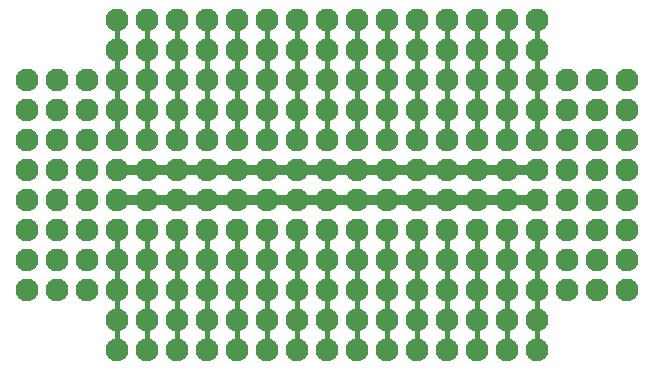
<source format=gbr>
G04 EAGLE Gerber RS-274X export*
G75*
%MOMM*%
%FSLAX34Y34*%
%LPD*%
%INBottom Copper*%
%IPPOS*%
%AMOC8*
5,1,8,0,0,1.08239X$1,22.5*%
G01*
%ADD10C,0.406400*%
%ADD11C,1.930400*%
%ADD12C,0.812800*%


D10*
X-177800Y-63500D02*
X-177800Y-38100D01*
X-177800Y-63500D02*
X-177800Y-88900D01*
X-177800Y-114300D01*
X-177800Y-139700D01*
D11*
X-177800Y-139700D03*
X-177800Y-114300D03*
X-177800Y-88900D03*
X-177800Y-63500D03*
X-177800Y-38100D03*
D10*
X-152400Y-114300D02*
X-152400Y-139700D01*
X-152400Y-114300D02*
X-152400Y-88900D01*
X-152400Y-63500D01*
X-152400Y-38100D01*
D11*
X-152400Y-139700D03*
X-152400Y-114300D03*
X-152400Y-88900D03*
X-152400Y-63500D03*
X-152400Y-38100D03*
D10*
X-127000Y-38100D02*
X-127000Y-63500D01*
X-127000Y-88900D01*
X-127000Y-114300D01*
X-127000Y-139700D01*
D11*
X-127000Y-139700D03*
X-127000Y-114300D03*
X-127000Y-88900D03*
X-127000Y-63500D03*
X-127000Y-38100D03*
D10*
X-101600Y-114300D02*
X-101600Y-139700D01*
X-101600Y-114300D02*
X-101600Y-88900D01*
X-101600Y-63500D01*
X-101600Y-38100D01*
D11*
X-101600Y-139700D03*
X-101600Y-114300D03*
X-101600Y-88900D03*
X-101600Y-63500D03*
X-101600Y-38100D03*
D10*
X-76200Y-38100D02*
X-76200Y-63500D01*
X-76200Y-88900D01*
X-76200Y-114300D01*
X-76200Y-139700D01*
D11*
X-76200Y-139700D03*
X-76200Y-114300D03*
X-76200Y-88900D03*
X-76200Y-63500D03*
X-76200Y-38100D03*
D10*
X-50800Y-114300D02*
X-50800Y-139700D01*
X-50800Y-114300D02*
X-50800Y-88900D01*
X-50800Y-63500D01*
X-50800Y-38100D01*
D11*
X-50800Y-139700D03*
X-50800Y-114300D03*
X-50800Y-88900D03*
X-50800Y-63500D03*
X-50800Y-38100D03*
D10*
X0Y-114300D02*
X0Y-139700D01*
X0Y-114300D02*
X0Y-88900D01*
X0Y-63500D02*
X0Y-38100D01*
X0Y-63500D02*
X0Y-88900D01*
D11*
X0Y-139700D03*
X0Y-114300D03*
X0Y-88900D03*
X0Y-63500D03*
X0Y-38100D03*
D10*
X-25400Y-38100D02*
X-25400Y-63500D01*
X-25400Y-88900D01*
X-25400Y-114300D01*
X-25400Y-139700D01*
D11*
X-25400Y-139700D03*
X-25400Y-114300D03*
X-25400Y-88900D03*
X-25400Y-63500D03*
X-25400Y-38100D03*
D10*
X25400Y-38100D02*
X25400Y-63500D01*
X25400Y-88900D01*
X25400Y-114300D02*
X25400Y-139700D01*
X25400Y-114300D02*
X25400Y-88900D01*
D11*
X25400Y-139700D03*
X25400Y-114300D03*
X25400Y-88900D03*
X25400Y-63500D03*
X25400Y-38100D03*
D10*
X50800Y-38100D02*
X50800Y-63500D01*
X50800Y-88900D01*
X50800Y-114300D02*
X50800Y-139700D01*
X50800Y-114300D02*
X50800Y-88900D01*
D11*
X50800Y-139700D03*
X50800Y-114300D03*
X50800Y-88900D03*
X50800Y-63500D03*
X50800Y-38100D03*
D10*
X76200Y-38100D02*
X76200Y-63500D01*
X76200Y-88900D01*
X76200Y-114300D01*
X76200Y-139700D01*
D11*
X76200Y-139700D03*
X76200Y-114300D03*
X76200Y-88900D03*
X76200Y-63500D03*
X76200Y-38100D03*
D10*
X101600Y-114300D02*
X101600Y-139700D01*
X101600Y-114300D02*
X101600Y-88900D01*
X101600Y-63500D01*
X101600Y-38100D01*
D11*
X101600Y-139700D03*
X101600Y-114300D03*
X101600Y-88900D03*
X101600Y-63500D03*
X101600Y-38100D03*
D10*
X127000Y-38100D02*
X127000Y-63500D01*
X127000Y-88900D01*
X127000Y-114300D01*
X127000Y-139700D01*
D11*
X127000Y-139700D03*
X127000Y-114300D03*
X127000Y-88900D03*
X127000Y-63500D03*
X127000Y-38100D03*
D10*
X152400Y-114300D02*
X152400Y-139700D01*
X152400Y-114300D02*
X152400Y-88900D01*
X152400Y-63500D02*
X152400Y-38100D01*
X152400Y-63500D02*
X152400Y-88900D01*
D11*
X152400Y-139700D03*
X152400Y-114300D03*
X152400Y-88900D03*
X152400Y-63500D03*
X152400Y-38100D03*
D10*
X177800Y-114300D02*
X177800Y-139700D01*
X177800Y-114300D02*
X177800Y-88900D01*
X177800Y-63500D01*
X177800Y-38100D01*
X177800Y-63500D02*
X177800Y-88900D01*
D11*
X177800Y-139700D03*
X177800Y-114300D03*
X177800Y-88900D03*
X177800Y-63500D03*
X177800Y-38100D03*
D10*
X177800Y38100D02*
X177800Y63500D01*
X177800Y88900D01*
X177800Y114300D01*
X177800Y139700D01*
D11*
X177800Y139700D03*
X177800Y114300D03*
X177800Y88900D03*
X177800Y63500D03*
X177800Y38100D03*
D10*
X127000Y38100D02*
X127000Y63500D01*
X127000Y88900D01*
X127000Y114300D01*
X127000Y139700D01*
D11*
X127000Y139700D03*
X127000Y114300D03*
X127000Y88900D03*
X127000Y63500D03*
X127000Y38100D03*
D10*
X152400Y114300D02*
X152400Y139700D01*
X152400Y114300D02*
X152400Y88900D01*
X152400Y63500D01*
X152400Y38100D01*
D11*
X152400Y139700D03*
X152400Y114300D03*
X152400Y88900D03*
X152400Y63500D03*
X152400Y38100D03*
D10*
X101600Y63500D02*
X101600Y88900D01*
X101600Y63500D02*
X101600Y38100D01*
X101600Y114300D02*
X101600Y139700D01*
X101600Y114300D02*
X101600Y88900D01*
D11*
X101600Y139700D03*
X101600Y114300D03*
X101600Y88900D03*
X101600Y63500D03*
X101600Y38100D03*
D10*
X76200Y114300D02*
X76200Y139700D01*
X76200Y114300D02*
X76200Y88900D01*
X76200Y63500D02*
X76200Y38100D01*
X76200Y63500D02*
X76200Y88900D01*
D11*
X76200Y139700D03*
X76200Y114300D03*
X76200Y88900D03*
X76200Y63500D03*
X76200Y38100D03*
D10*
X25400Y114300D02*
X25400Y139700D01*
X25400Y114300D02*
X25400Y88900D01*
X25400Y63500D01*
X25400Y38100D01*
D11*
X25400Y139700D03*
X25400Y114300D03*
X25400Y88900D03*
X25400Y63500D03*
X25400Y38100D03*
D10*
X50800Y38100D02*
X50800Y63500D01*
X50800Y88900D01*
X50800Y114300D01*
X50800Y139700D01*
D11*
X50800Y139700D03*
X50800Y114300D03*
X50800Y88900D03*
X50800Y63500D03*
X50800Y38100D03*
D10*
X0Y38100D02*
X0Y63500D01*
X0Y88900D01*
X0Y114300D01*
X0Y139700D01*
D11*
X0Y139700D03*
X0Y114300D03*
X0Y88900D03*
X0Y38100D03*
X0Y63500D03*
D10*
X-25400Y114300D02*
X-25400Y139700D01*
X-25400Y114300D02*
X-25400Y88900D01*
X-25400Y63500D01*
X-25400Y38100D01*
D11*
X-25400Y139700D03*
X-25400Y114300D03*
X-25400Y88900D03*
X-25400Y63500D03*
X-25400Y38100D03*
D10*
X-50800Y38100D02*
X-50800Y63500D01*
X-50800Y88900D01*
X-50800Y114300D01*
X-50800Y139700D01*
D11*
X-50800Y139700D03*
X-50800Y114300D03*
X-50800Y88900D03*
X-50800Y63500D03*
X-50800Y38100D03*
D10*
X-76200Y114300D02*
X-76200Y139700D01*
X-76200Y114300D02*
X-76200Y88900D01*
X-76200Y63500D01*
X-76200Y38100D01*
D11*
X-76200Y139700D03*
X-76200Y114300D03*
X-76200Y88900D03*
X-76200Y63500D03*
X-76200Y38100D03*
D10*
X-127000Y38100D02*
X-127000Y63500D01*
X-127000Y88900D01*
X-127000Y114300D01*
X-127000Y139700D01*
D11*
X-127000Y139700D03*
X-127000Y114300D03*
X-127000Y88900D03*
X-127000Y63500D03*
X-127000Y38100D03*
D10*
X-101600Y114300D02*
X-101600Y139700D01*
X-101600Y114300D02*
X-101600Y88900D01*
X-101600Y63500D02*
X-101600Y38100D01*
X-101600Y63500D02*
X-101600Y88900D01*
D11*
X-101600Y139700D03*
X-101600Y114300D03*
X-101600Y88900D03*
X-101600Y63500D03*
X-101600Y38100D03*
D10*
X-152400Y38100D02*
X-152400Y63500D01*
X-152400Y114300D02*
X-152400Y139700D01*
X-152400Y114300D02*
X-152400Y88900D01*
X-152400Y63500D01*
D11*
X-152400Y139700D03*
X-152400Y114300D03*
X-152400Y88900D03*
X-152400Y63500D03*
X-152400Y38100D03*
D10*
X-177800Y114300D02*
X-177800Y139700D01*
X-177800Y114300D02*
X-177800Y88900D01*
X-177800Y63500D02*
X-177800Y38100D01*
X-177800Y63500D02*
X-177800Y88900D01*
D11*
X-177800Y139700D03*
X-177800Y114300D03*
X-177800Y88900D03*
X-177800Y63500D03*
X-177800Y38100D03*
D12*
X152400Y-12700D02*
X177800Y-12700D01*
X152400Y-12700D02*
X127000Y-12700D01*
X101600Y-12700D01*
X76200Y-12700D02*
X50800Y-12700D01*
X25400Y-12700D02*
X0Y-12700D01*
X-25400Y-12700D02*
X-50800Y-12700D01*
X-76200Y-12700D01*
X-101600Y-12700D02*
X-127000Y-12700D01*
X-152400Y-12700D02*
X-177800Y-12700D01*
X-152400Y-12700D02*
X-127000Y-12700D01*
X-101600Y-12700D02*
X-76200Y-12700D01*
X-25400Y-12700D02*
X0Y-12700D01*
X25400Y-12700D02*
X50800Y-12700D01*
X76200Y-12700D02*
X101600Y-12700D01*
D11*
X177800Y-12700D03*
X152400Y-12700D03*
X127000Y-12700D03*
X101600Y-12700D03*
X76200Y-12700D03*
X50800Y-12700D03*
X0Y-12700D03*
X25400Y-12700D03*
X-25400Y-12700D03*
X-50800Y-12700D03*
X-76200Y-12700D03*
X-101600Y-12700D03*
X-127000Y-12700D03*
X-152400Y-12700D03*
X-177800Y-12700D03*
D12*
X152400Y12700D02*
X177800Y12700D01*
X152400Y12700D02*
X127000Y12700D01*
X101600Y12700D01*
X76200Y12700D02*
X50800Y12700D01*
X25400Y12700D02*
X0Y12700D01*
X-25400Y12700D02*
X-50800Y12700D01*
X-76200Y12700D01*
X-101600Y12700D02*
X-127000Y12700D01*
X-152400Y12700D02*
X-177800Y12700D01*
X-152400Y12700D02*
X-127000Y12700D01*
X-101600Y12700D02*
X-76200Y12700D01*
X-25400Y12700D02*
X0Y12700D01*
X25400Y12700D02*
X50800Y12700D01*
X76200Y12700D02*
X101600Y12700D01*
D11*
X177800Y12700D03*
X152400Y12700D03*
X127000Y12700D03*
X101600Y12700D03*
X76200Y12700D03*
X50800Y12700D03*
X0Y12700D03*
X25400Y12700D03*
X-25400Y12700D03*
X-50800Y12700D03*
X-76200Y12700D03*
X-101600Y12700D03*
X-127000Y12700D03*
X-152400Y12700D03*
X-177800Y12700D03*
X-203200Y88900D03*
X-203200Y63500D03*
X-203200Y38100D03*
X-228600Y38100D03*
X-228600Y63500D03*
X-228600Y88900D03*
X-254000Y88900D03*
X-254000Y63500D03*
X-254000Y38100D03*
X-254000Y12700D03*
X-228600Y12700D03*
X-203200Y12700D03*
X-203200Y-12700D03*
X-228600Y-12700D03*
X-254000Y-12700D03*
X-254000Y-38100D03*
X-228600Y-38100D03*
X-203200Y-38100D03*
X-203200Y-63500D03*
X-228600Y-63500D03*
X-254000Y-63500D03*
X-254000Y-88900D03*
X-228600Y-88900D03*
X-203200Y-88900D03*
X203200Y88900D03*
X203200Y63500D03*
X203200Y38100D03*
X228600Y38100D03*
X228600Y63500D03*
X228600Y88900D03*
X254000Y88900D03*
X254000Y63500D03*
X254000Y38100D03*
X254000Y12700D03*
X254000Y-12700D03*
X254000Y-38100D03*
X254000Y-63500D03*
X254000Y-88900D03*
X228600Y-88900D03*
X203200Y-88900D03*
X228600Y-63500D03*
X203200Y-63500D03*
X203200Y-38100D03*
X228600Y-38100D03*
X228600Y-12700D03*
X203200Y-12700D03*
X203200Y12700D03*
X228600Y12700D03*
M02*

</source>
